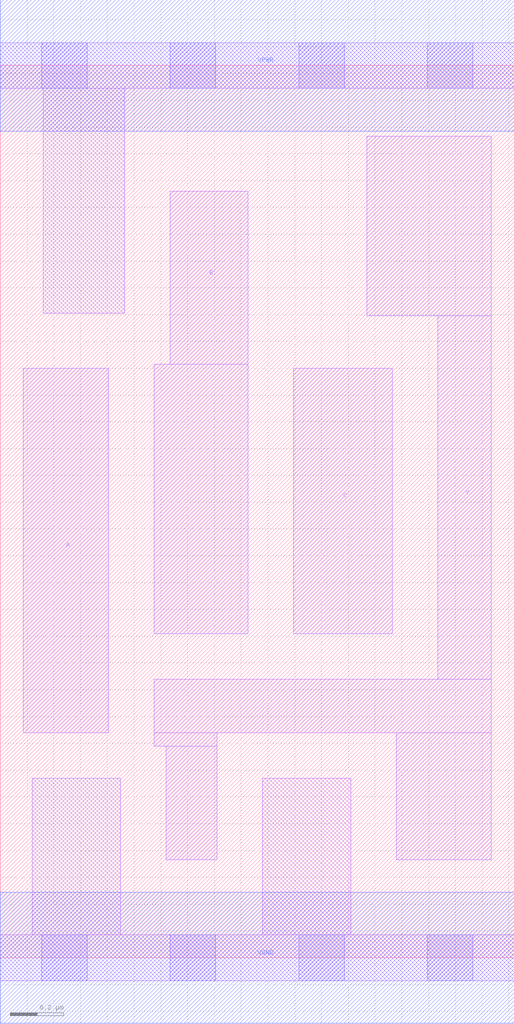
<source format=lef>
# Copyright 2020 The SkyWater PDK Authors
#
# Licensed under the Apache License, Version 2.0 (the "License");
# you may not use this file except in compliance with the License.
# You may obtain a copy of the License at
#
#     https://www.apache.org/licenses/LICENSE-2.0
#
# Unless required by applicable law or agreed to in writing, software
# distributed under the License is distributed on an "AS IS" BASIS,
# WITHOUT WARRANTIES OR CONDITIONS OF ANY KIND, either express or implied.
# See the License for the specific language governing permissions and
# limitations under the License.
#
# SPDX-License-Identifier: Apache-2.0

VERSION 5.7 ;
  NAMESCASESENSITIVE ON ;
  NOWIREEXTENSIONATPIN ON ;
  DIVIDERCHAR "/" ;
  BUSBITCHARS "[]" ;
UNITS
  DATABASE MICRONS 200 ;
END UNITS
MACRO sky130_fd_sc_lp__nor3_0
  CLASS CORE ;
  FOREIGN sky130_fd_sc_lp__nor3_0 ;
  ORIGIN  0.000000  0.000000 ;
  SIZE  1.920000 BY  3.330000 ;
  SYMMETRY X Y R90 ;
  SITE unit ;
  PIN A
    ANTENNAGATEAREA  0.159000 ;
    DIRECTION INPUT ;
    USE SIGNAL ;
    PORT
      LAYER li1 ;
        RECT 0.085000 0.840000 0.405000 2.200000 ;
    END
  END A
  PIN B
    ANTENNAGATEAREA  0.159000 ;
    DIRECTION INPUT ;
    USE SIGNAL ;
    PORT
      LAYER li1 ;
        RECT 0.575000 1.210000 0.925000 2.215000 ;
        RECT 0.635000 2.215000 0.925000 2.860000 ;
    END
  END B
  PIN C
    ANTENNAGATEAREA  0.159000 ;
    DIRECTION INPUT ;
    USE SIGNAL ;
    PORT
      LAYER li1 ;
        RECT 1.095000 1.210000 1.465000 2.200000 ;
    END
  END C
  PIN Y
    ANTENNADIFFAREA  0.398500 ;
    DIRECTION OUTPUT ;
    USE SIGNAL ;
    PORT
      LAYER li1 ;
        RECT 0.575000 0.790000 0.810000 0.840000 ;
        RECT 0.575000 0.840000 1.835000 1.040000 ;
        RECT 0.620000 0.365000 0.810000 0.790000 ;
        RECT 1.370000 2.395000 1.835000 3.065000 ;
        RECT 1.480000 0.365000 1.835000 0.840000 ;
        RECT 1.635000 1.040000 1.835000 2.395000 ;
    END
  END Y
  PIN VGND
    DIRECTION INOUT ;
    USE GROUND ;
    PORT
      LAYER met1 ;
        RECT 0.000000 -0.245000 1.920000 0.245000 ;
    END
  END VGND
  PIN VPWR
    DIRECTION INOUT ;
    USE POWER ;
    PORT
      LAYER met1 ;
        RECT 0.000000 3.085000 1.920000 3.575000 ;
    END
  END VPWR
  OBS
    LAYER li1 ;
      RECT 0.000000 -0.085000 1.920000 0.085000 ;
      RECT 0.000000  3.245000 1.920000 3.415000 ;
      RECT 0.120000  0.085000 0.450000 0.670000 ;
      RECT 0.160000  2.405000 0.465000 3.245000 ;
      RECT 0.980000  0.085000 1.310000 0.670000 ;
    LAYER mcon ;
      RECT 0.155000 -0.085000 0.325000 0.085000 ;
      RECT 0.155000  3.245000 0.325000 3.415000 ;
      RECT 0.635000 -0.085000 0.805000 0.085000 ;
      RECT 0.635000  3.245000 0.805000 3.415000 ;
      RECT 1.115000 -0.085000 1.285000 0.085000 ;
      RECT 1.115000  3.245000 1.285000 3.415000 ;
      RECT 1.595000 -0.085000 1.765000 0.085000 ;
      RECT 1.595000  3.245000 1.765000 3.415000 ;
  END
END sky130_fd_sc_lp__nor3_0
END LIBRARY

</source>
